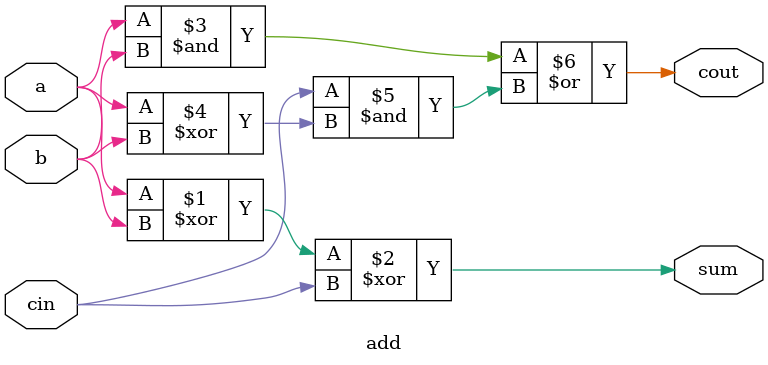
<source format=v>
module top_module(
    input [99:0] a, b,
    input cin,
    output [99:0] cout,
    output [99:0] sum
);
    add add1 (a[0], b[0], cin, cout[0], sum[0]);
    genvar i;
    generate 
        for (i=1; i<100; i=i+1) begin: xx
            add aaaa (a[i], b[i], cout[i-1], cout[i], sum[i]);
        end
    endgenerate
	
endmodule

module add(input a, input b, input cin, output cout, output sum);
    assign sum = a ^ b ^ cin;
    assign cout = (a & b) | (cin & (a ^ b));
endmodule
</source>
